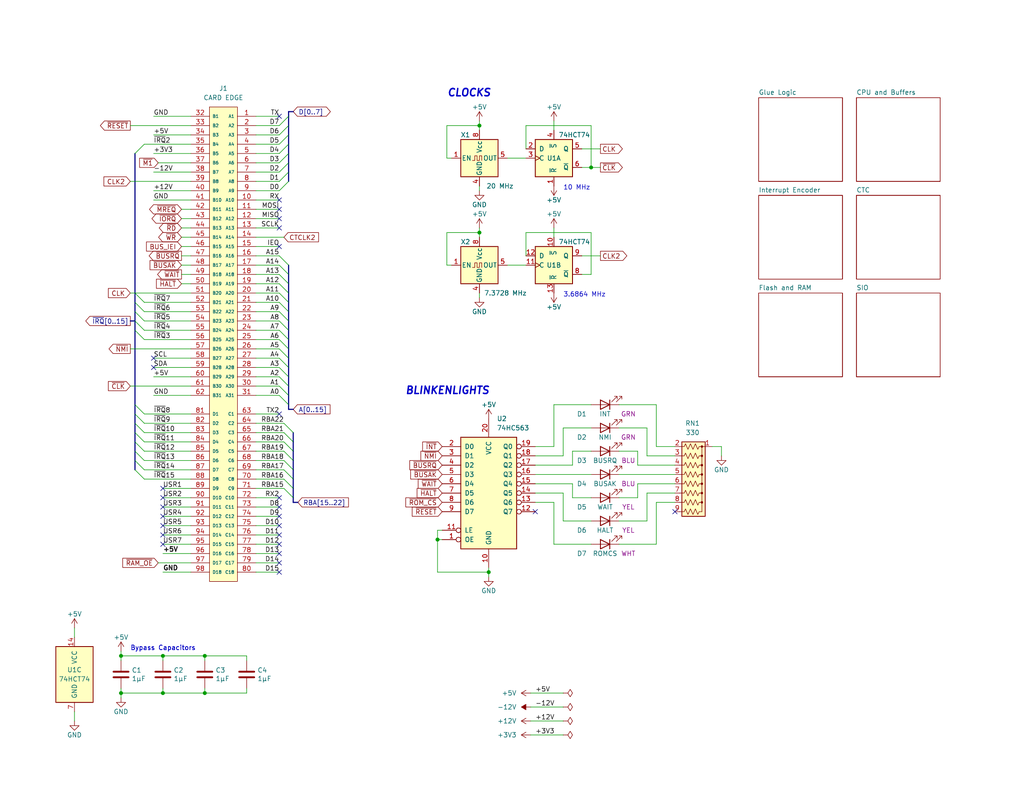
<source format=kicad_sch>
(kicad_sch (version 20230121) (generator eeschema)
  (paper "USLetter")
  (title_block (title "Core component card for ISA backplane") (date "2023-09-08") (rev "2.12") (company "Frédéric Segard") (comment 1 "@microhobbyist") (comment 4 "Thank you to John Winans for his inspiration, as well as Grant Searle and Sergey Kiselev"))
  (lib_symbols
    (symbol "+5V_1" (power) (pin_names (offset 0))
      (property "Value" "+5V_1" (at 0 3.556 0))
      (symbol "+5V_1_1_1"
        (pin power_in line (at 0 0 90) (length 0) hide (name "+5V") (number "1"))
      )
    )
    (symbol "0_Library:74HC563" (pin_names (offset 1.016))
      (property "Reference" "U" (at 1.27 19.05 0))
      (property "Value" "74HC563" (at 1.27 16.51 0))
      (symbol "74HC563_1_0"
        (pin input inverted (at -12.7 -12.7 0) (length 5.08) (name "OE") (number "1"))
        (pin power_in line (at 0 -20.32 90) (length 5.08) (name "GND") (number "10"))
        (pin input inverted (at -12.7 -10.16 0) (length 5.08) (name "LE") (number "11"))
        (pin tri_state inverted (at 12.7 -5.08 180) (length 5.08) (name "Q7") (number "12"))
        (pin tri_state inverted (at 12.7 -2.54 180) (length 5.08) (name "Q6") (number "13"))
        (pin tri_state inverted (at 12.7 0 180) (length 5.08) (name "Q5") (number "14"))
        (pin tri_state inverted (at 12.7 2.54 180) (length 5.08) (name "Q4") (number "15"))
        (pin tri_state inverted (at 12.7 5.08 180) (length 5.08) (name "Q3") (number "16"))
        (pin tri_state inverted (at 12.7 7.62 180) (length 5.08) (name "Q2") (number "17"))
        (pin tri_state inverted (at 12.7 10.16 180) (length 5.08) (name "Q1") (number "18"))
        (pin tri_state inverted (at 12.7 12.7 180) (length 5.08) (name "Q0") (number "19"))
        (pin input line (at -12.7 12.7 0) (length 5.08) (name "D0") (number "2"))
        (pin power_in line (at 0 20.32 270) (length 5.08) (name "VCC") (number "20"))
        (pin input line (at -12.7 10.16 0) (length 5.08) (name "D1") (number "3"))
        (pin input line (at -12.7 7.62 0) (length 5.08) (name "D2") (number "4"))
        (pin input line (at -12.7 5.08 0) (length 5.08) (name "D3") (number "5"))
        (pin input line (at -12.7 2.54 0) (length 5.08) (name "D4") (number "6"))
        (pin input line (at -12.7 0 0) (length 5.08) (name "D5") (number "7"))
        (pin input line (at -12.7 -2.54 0) (length 5.08) (name "D6") (number "8"))
        (pin input line (at -12.7 -5.08 0) (length 5.08) (name "D7") (number "9"))
      )
    )
    (symbol "0_Library:ISA_CARD_CONNECTOR_16BIT" (pin_names (offset 0.762))
      (property "Reference" "J" (at 0 5.08 0))
      (property "Value" "ISA_CARD_CONNECTOR_16BIT" (at 0 2.54 0))
      (symbol "ISA_CARD_CONNECTOR_16BIT_0_0"
        (pin passive line (at 8.89 -2.54 180) (length 5.08) (name "A1") (number "1"))
        (pin passive line (at 8.89 -25.4 180) (length 5.08) (name "A10") (number "10"))
        (pin passive line (at 8.89 -27.94 180) (length 5.08) (name "A11") (number "11"))
        (pin passive line (at 8.89 -30.48 180) (length 5.08) (name "A12") (number "12"))
        (pin passive line (at 8.89 -33.02 180) (length 5.08) (name "A13") (number "13"))
        (pin passive line (at 8.89 -35.56 180) (length 5.08) (name "A14") (number "14"))
        (pin passive line (at 8.89 -38.1 180) (length 5.08) (name "A15") (number "15"))
        (pin passive line (at 8.89 -40.64 180) (length 5.08) (name "A16") (number "16"))
        (pin passive line (at 8.89 -43.18 180) (length 5.08) (name "A17") (number "17"))
        (pin passive line (at 8.89 -45.72 180) (length 5.08) (name "A18") (number "18"))
        (pin passive line (at 8.89 -48.26 180) (length 5.08) (name "A19") (number "19"))
        (pin passive line (at 8.89 -5.08 180) (length 5.08) (name "A2") (number "2"))
        (pin passive line (at 8.89 -50.8 180) (length 5.08) (name "A20") (number "20"))
        (pin passive line (at 8.89 -53.34 180) (length 5.08) (name "A21") (number "21"))
        (pin passive line (at 8.89 -55.88 180) (length 5.08) (name "A22") (number "22"))
        (pin passive line (at 8.89 -58.42 180) (length 5.08) (name "A23") (number "23"))
        (pin passive line (at 8.89 -60.96 180) (length 5.08) (name "A24") (number "24"))
        (pin passive line (at 8.89 -63.5 180) (length 5.08) (name "A25") (number "25"))
        (pin passive line (at 8.89 -66.04 180) (length 5.08) (name "A26") (number "26"))
        (pin passive line (at 8.89 -68.58 180) (length 5.08) (name "A27") (number "27"))
        (pin passive line (at 8.89 -71.12 180) (length 5.08) (name "A28") (number "28"))
        (pin passive line (at 8.89 -73.66 180) (length 5.08) (name "A29") (number "29"))
        (pin passive line (at 8.89 -7.62 180) (length 5.08) (name "A3") (number "3"))
        (pin passive line (at 8.89 -76.2 180) (length 5.08) (name "A30") (number "30"))
        (pin passive line (at 8.89 -78.74 180) (length 5.08) (name "A31") (number "31"))
        (pin passive line (at -8.89 -2.54 0) (length 5.08) (name "B1") (number "32"))
        (pin passive line (at -8.89 -5.08 0) (length 5.08) (name "B2") (number "33"))
        (pin passive line (at -8.89 -7.62 0) (length 5.08) (name "B3") (number "34"))
        (pin passive line (at -8.89 -10.16 0) (length 5.08) (name "B4") (number "35"))
        (pin passive line (at -8.89 -12.7 0) (length 5.08) (name "B5") (number "36"))
        (pin passive line (at -8.89 -15.24 0) (length 5.08) (name "B6") (number "37"))
        (pin passive line (at -8.89 -17.78 0) (length 5.08) (name "B7") (number "38"))
        (pin passive line (at -8.89 -20.32 0) (length 5.08) (name "B8") (number "39"))
        (pin passive line (at 8.89 -10.16 180) (length 5.08) (name "A4") (number "4"))
        (pin passive line (at -8.89 -22.86 0) (length 5.08) (name "B9") (number "40"))
        (pin passive line (at -8.89 -25.4 0) (length 5.08) (name "B10") (number "41"))
        (pin passive line (at -8.89 -27.94 0) (length 5.08) (name "B11") (number "42"))
        (pin passive line (at -8.89 -30.48 0) (length 5.08) (name "B12") (number "43"))
        (pin passive line (at -8.89 -33.02 0) (length 5.08) (name "B13") (number "44"))
        (pin passive line (at -8.89 -35.56 0) (length 5.08) (name "B14") (number "45"))
        (pin passive line (at -8.89 -38.1 0) (length 5.08) (name "B15") (number "46"))
        (pin passive line (at -8.89 -40.64 0) (length 5.08) (name "B16") (number "47"))
        (pin passive line (at -8.89 -43.18 0) (length 5.08) (name "B17") (number "48"))
        (pin passive line (at -8.89 -45.72 0) (length 5.08) (name "B18") (number "49"))
        (pin passive line (at 8.89 -12.7 180) (length 5.08) (name "A5") (number "5"))
        (pin passive line (at -8.89 -48.26 0) (length 5.08) (name "B19") (number "50"))
        (pin passive line (at -8.89 -50.8 0) (length 5.08) (name "B20") (number "51"))
        (pin passive line (at -8.89 -53.34 0) (length 5.08) (name "B21") (number "52"))
        (pin passive line (at -8.89 -55.88 0) (length 5.08) (name "B22") (number "53"))
        (pin passive line (at -8.89 -58.42 0) (length 5.08) (name "B23") (number "54"))
        (pin passive line (at -8.89 -60.96 0) (length 5.08) (name "B24") (number "55"))
        (pin passive line (at -8.89 -63.5 0) (length 5.08) (name "B25") (number "56"))
        (pin passive line (at -8.89 -66.04 0) (length 5.08) (name "B26") (number "57"))
        (pin passive line (at -8.89 -68.58 0) (length 5.08) (name "B27") (number "58"))
        (pin passive line (at -8.89 -71.12 0) (length 5.08) (name "B28") (number "59"))
        (pin passive line (at 8.89 -15.24 180) (length 5.08) (name "A6") (number "6"))
        (pin passive line (at -8.89 -73.66 0) (length 5.08) (name "B29") (number "60"))
        (pin passive line (at -8.89 -76.2 0) (length 5.08) (name "B30") (number "61"))
        (pin passive line (at -8.89 -78.74 0) (length 5.08) (name "B31") (number "62"))
        (pin passive line (at 8.89 -17.78 180) (length 5.08) (name "A7") (number "7"))
        (pin passive line (at 8.89 -20.32 180) (length 5.08) (name "A8") (number "8"))
        (pin passive line (at 8.89 -22.86 180) (length 5.08) (name "A9") (number "9"))
      )
      (symbol "ISA_CARD_CONNECTOR_16BIT_1_1"
        (pin passive line (at 8.89 -83.82 180) (length 5.08) (name "C1") (number "63"))
        (pin passive line (at 8.89 -86.36 180) (length 5.08) (name "C2") (number "64"))
        (pin passive line (at 8.89 -88.9 180) (length 5.08) (name "C3") (number "65"))
        (pin passive line (at 8.89 -91.44 180) (length 5.08) (name "C4") (number "66"))
        (pin passive line (at 8.89 -93.98 180) (length 5.08) (name "C5") (number "67"))
        (pin passive line (at 8.89 -96.52 180) (length 5.08) (name "C6") (number "68"))
        (pin passive line (at 8.89 -99.06 180) (length 5.08) (name "C7") (number "69"))
        (pin passive line (at 8.89 -101.6 180) (length 5.08) (name "C8") (number "70"))
        (pin passive line (at 8.89 -104.14 180) (length 5.08) (name "C9") (number "71"))
        (pin passive line (at 8.89 -106.68 180) (length 5.08) (name "C10") (number "72"))
        (pin passive line (at 8.89 -109.22 180) (length 5.08) (name "C11") (number "73"))
        (pin passive line (at 8.89 -111.76 180) (length 5.08) (name "C12") (number "74"))
        (pin passive line (at 8.89 -114.3 180) (length 5.08) (name "C13") (number "75"))
        (pin passive line (at 8.89 -116.84 180) (length 5.08) (name "C14") (number "76"))
        (pin passive line (at 8.89 -119.38 180) (length 5.08) (name "C15") (number "77"))
        (pin passive line (at 8.89 -121.92 180) (length 5.08) (name "C16") (number "78"))
        (pin passive line (at 8.89 -124.46 180) (length 5.08) (name "C17") (number "79"))
        (pin passive line (at 8.89 -127 180) (length 5.08) (name "C18") (number "80"))
        (pin passive line (at -8.89 -83.82 0) (length 5.08) (name "D1") (number "81"))
        (pin passive line (at -8.89 -86.36 0) (length 5.08) (name "D2") (number "82"))
        (pin passive line (at -8.89 -88.9 0) (length 5.08) (name "D3") (number "83"))
        (pin passive line (at -8.89 -91.44 0) (length 5.08) (name "D4") (number "84"))
        (pin passive line (at -8.89 -93.98 0) (length 5.08) (name "D5") (number "85"))
        (pin passive line (at -8.89 -96.52 0) (length 5.08) (name "D6") (number "86"))
        (pin passive line (at -8.89 -99.06 0) (length 5.08) (name "D7") (number "87"))
        (pin passive line (at -8.89 -101.6 0) (length 5.08) (name "D8") (number "88"))
        (pin passive line (at -8.89 -104.14 0) (length 5.08) (name "D9") (number "89"))
        (pin passive line (at -8.89 -106.68 0) (length 5.08) (name "D10") (number "90"))
        (pin passive line (at -8.89 -109.22 0) (length 5.08) (name "D11") (number "91"))
        (pin passive line (at -8.89 -111.76 0) (length 5.08) (name "D12") (number "92"))
        (pin passive line (at -8.89 -114.3 0) (length 5.08) (name "D13") (number "93"))
        (pin passive line (at -8.89 -116.84 0) (length 5.08) (name "D14") (number "94"))
        (pin passive line (at -8.89 -119.38 0) (length 5.08) (name "D15") (number "95"))
        (pin passive line (at -8.89 -121.92 0) (length 5.08) (name "D16") (number "96"))
        (pin passive line (at -8.89 -124.46 0) (length 5.08) (name "D17") (number "97"))
        (pin passive line (at -8.89 -127 0) (length 5.08) (name "D18") (number "98"))
      )
    )
    (symbol "74xx:74HC74" (pin_names (offset 1.016))
      (property "Reference" "U" (at -7.62 8.89 0))
      (property "Value" "74HC74" (at -7.62 -8.89 0))
      (symbol "74HC74_1_0"
        (pin input line (at 0 -7.62 90) (length 2.54) (name "~{R}") (number "1"))
        (pin input line (at -7.62 2.54 0) (length 2.54) (name "D") (number "2"))
        (pin input clock (at -7.62 0 0) (length 2.54) (name "C") (number "3"))
        (pin input line (at 0 7.62 270) (length 2.54) (name "~{S}") (number "4"))
        (pin output line (at 7.62 2.54 180) (length 2.54) (name "Q") (number "5"))
        (pin output line (at 7.62 -2.54 180) (length 2.54) (name "~{Q}") (number "6"))
      )
      (symbol "74HC74_2_0"
        (pin input line (at 0 7.62 270) (length 2.54) (name "~{S}") (number "10"))
        (pin input clock (at -7.62 0 0) (length 2.54) (name "C") (number "11"))
        (pin input line (at -7.62 2.54 0) (length 2.54) (name "D") (number "12"))
        (pin input line (at 0 -7.62 90) (length 2.54) (name "~{R}") (number "13"))
        (pin output line (at 7.62 -2.54 180) (length 2.54) (name "~{Q}") (number "8"))
        (pin output line (at 7.62 2.54 180) (length 2.54) (name "Q") (number "9"))
      )
      (symbol "74HC74_3_0"
        (pin power_in line (at 0 10.16 270) (length 2.54) (name "VCC") (number "14"))
        (pin power_in line (at 0 -10.16 90) (length 2.54) (name "GND") (number "7"))
      )
    )
    (symbol "Device:C" (pin_numbers hide) (pin_names (offset 0.254))
      (property "Reference" "C" (at 0.635 2.54 0))
      (property "Value" "C" (at 0.635 -2.54 0))
      (symbol "C_1_1"
        (pin passive line (at 0 3.81 270) (length 2.794) (name "~") (number "1"))
        (pin passive line (at 0 -3.81 90) (length 2.794) (name "~") (number "2"))
      )
    )
    (symbol "Device:LED" (pin_numbers hide) (pin_names (offset 1.016) hide)
      (property "Reference" "D" (at 0 2.54 0))
      (property "Value" "LED" (at 0 -2.54 0))
      (symbol "LED_1_1"
        (pin passive line (at -3.81 0 0) (length 2.54) (name "K") (number "1"))
        (pin passive line (at 3.81 0 180) (length 2.54) (name "A") (number "2"))
      )
    )
    (symbol "Device:R_Network08_US" (pin_names (offset 0) hide)
      (property "Reference" "RN" (at -12.7 0 90))
      (property "Value" "R_Network08_US" (at 10.16 0 90))
      (symbol "R_Network08_US_1_1"
        (pin passive line (at -10.16 5.08 270) (length 2.54) (name "common") (number "1"))
        (pin passive line (at -10.16 -5.08 90) (length 1.27) (name "R1") (number "2"))
        (pin passive line (at -7.62 -5.08 90) (length 1.27) (name "R2") (number "3"))
        (pin passive line (at -5.08 -5.08 90) (length 1.27) (name "R3") (number "4"))
        (pin passive line (at -2.54 -5.08 90) (length 1.27) (name "R4") (number "5"))
        (pin passive line (at 0 -5.08 90) (length 1.27) (name "R5") (number "6"))
        (pin passive line (at 2.54 -5.08 90) (length 1.27) (name "R6") (number "7"))
        (pin passive line (at 5.08 -5.08 90) (length 1.27) (name "R7") (number "8"))
        (pin passive line (at 7.62 -5.08 90) (length 1.27) (name "R8") (number "9"))
      )
    )
    (symbol "GND_1" (power) (pin_names (offset 0))
      (property "Value" "GND_1" (at 0 -3.81 0))
      (symbol "GND_1_1_1"
        (pin power_in line (at 0 0 270) (length 0) hide (name "GND") (number "1"))
      )
    )
    (symbol "GND_2" (power) (pin_names (offset 0))
      (property "Value" "GND_2" (at 0 -3.81 0))
      (symbol "GND_2_1_1"
        (pin power_in line (at 0 0 270) (length 0) hide (name "GND") (number "1"))
      )
    )
    (symbol "Oscillator:CXO_DIP8" (pin_names (offset 0.254))
      (property "Reference" "X" (at -5.08 6.35 0))
      (property "Value" "CXO_DIP8" (at 1.27 -6.35 0))
      (symbol "CXO_DIP8_1_1"
        (pin input line (at -7.62 0 0) (length 2.54) (name "EN") (number "1"))
        (pin power_in line (at 0 -7.62 90) (length 2.54) (name "GND") (number "4"))
        (pin output line (at 7.62 0 180) (length 2.54) (name "OUT") (number "5"))
        (pin power_in line (at 0 7.62 270) (length 2.54) (name "Vcc") (number "8"))
      )
    )
    (symbol "power:+12V" (power) (pin_names (offset 0))
      (property "Value" "+12V" (at 0 3.556 0))
      (symbol "+12V_1_1"
        (pin power_in line (at 0 0 90) (length 0) hide (name "+12V") (number "1"))
      )
    )
    (symbol "power:+3V3" (power) (pin_names (offset 0))
      (property "Value" "+3V3" (at 0 3.556 0))
      (symbol "+3V3_1_1"
        (pin power_in line (at 0 0 90) (length 0) hide (name "+3V3") (number "1"))
      )
    )
    (symbol "power:+5V" (power) (pin_names (offset 0))
      (property "Value" "+5V" (at 0 3.556 0))
      (symbol "+5V_1_1"
        (pin power_in line (at 0 0 90) (length 0) hide (name "+5V") (number "1"))
      )
    )
    (symbol "power:-12V" (power) (pin_names (offset 0))
      (property "Value" "-12V" (at 0 3.81 0))
      (symbol "-12V_0_0"
        (pin power_in line (at 0 0 90) (length 0) hide (name "-12V") (number "1"))
      )
    )
    (symbol "power:PWR_FLAG" (power) (pin_numbers hide) (pin_names (offset 0) hide)
      (property "Value" "PWR_FLAG" (at 0 3.81 0))
      (symbol "PWR_FLAG_0_0"
        (pin power_out line (at 0 0 90) (length 0) (name "pwr") (number "1"))
      )
    )
  )
  (junction (at 161.29 45.72))
  (junction (at 33.02 189.23))
  (junction (at 130.81 63.5))
  (junction (at 44.45 189.23))
  (junction (at 55.88 179.07))
  (junction (at 44.45 179.07))
  (junction (at 130.81 34.29))
  (junction (at 55.88 189.23))
  (junction (at 133.35 156.21))
  (junction (at 33.02 179.07))
  (junction (at 119.38 147.32))
  (no_connect (at 76.2 140.97))
  (no_connect (at 184.15 139.7))
  (no_connect (at 44.45 133.35))
  (no_connect (at 76.2 62.23))
  (no_connect (at 76.2 138.43))
  (no_connect (at 44.45 135.89))
  (no_connect (at 76.2 148.59))
  (no_connect (at 76.2 143.51))
  (no_connect (at 76.2 31.75))
  (no_connect (at 76.2 113.03))
  (no_connect (at 76.2 135.89))
  (no_connect (at 44.45 148.59))
  (no_connect (at 44.45 140.97))
  (no_connect (at 76.2 146.05))
  (no_connect (at 76.2 57.15))
  (no_connect (at 76.2 151.13))
  (no_connect (at 76.2 156.21))
  (no_connect (at 41.91 97.79))
  (no_connect (at 41.91 100.33))
  (no_connect (at 76.2 153.67))
  (no_connect (at 44.45 143.51))
  (no_connect (at 76.2 67.31))
  (no_connect (at 44.45 138.43))
  (no_connect (at 76.2 54.61))
  (no_connect (at 146.05 139.7))
  (no_connect (at 76.2 59.69))
  (no_connect (at 44.45 146.05))
  (bus_entry (at 77.47 133.35) (size 2.54 2.54))
  (bus_entry (at 76.2 95.25) (size 2.54 2.54))
  (bus_entry (at 39.37 82.55) (size -2.54 -2.54))
  (bus_entry (at 39.37 90.17) (size -2.54 -2.54))
  (bus_entry (at 77.47 128.27) (size 2.54 2.54))
  (bus_entry (at 36.83 128.27) (size 2.54 2.54))
  (bus_entry (at 39.37 85.09) (size -2.54 -2.54))
  (bus_entry (at 76.2 46.99) (size 2.54 -2.54))
  (bus_entry (at 36.83 125.73) (size 2.54 2.54))
  (bus_entry (at 76.2 41.91) (size 2.54 -2.54))
  (bus_entry (at 76.2 105.41) (size 2.54 2.54))
  (bus_entry (at 76.2 72.39) (size 2.54 2.54))
  (bus_entry (at 76.2 92.71) (size 2.54 2.54))
  (bus_entry (at 76.2 36.83) (size 2.54 -2.54))
  (bus_entry (at 36.83 123.19) (size 2.54 2.54))
  (bus_entry (at 39.37 87.63) (size -2.54 -2.54))
  (bus_entry (at 76.2 52.07) (size 2.54 -2.54))
  (bus_entry (at 76.2 49.53) (size 2.54 -2.54))
  (bus_entry (at 76.2 87.63) (size 2.54 2.54))
  (bus_entry (at 76.2 107.95) (size 2.54 2.54))
  (bus_entry (at 36.83 118.11) (size 2.54 2.54))
  (bus_entry (at 77.47 115.57) (size 2.54 2.54))
  (bus_entry (at 76.2 97.79) (size 2.54 2.54))
  (bus_entry (at 76.2 85.09) (size 2.54 2.54))
  (bus_entry (at 76.2 82.55) (size 2.54 2.54))
  (bus_entry (at 76.2 80.01) (size 2.54 2.54))
  (bus_entry (at 36.83 41.91) (size 2.54 -2.54))
  (bus_entry (at 77.47 123.19) (size 2.54 2.54))
  (bus_entry (at 36.83 115.57) (size 2.54 2.54))
  (bus_entry (at 76.2 90.17) (size 2.54 2.54))
  (bus_entry (at 76.2 44.45) (size 2.54 -2.54))
  (bus_entry (at 76.2 102.87) (size 2.54 2.54))
  (bus_entry (at 77.47 125.73) (size 2.54 2.54))
  (bus_entry (at 77.47 130.81) (size 2.54 2.54))
  (bus_entry (at 36.83 113.03) (size 2.54 2.54))
  (bus_entry (at 36.83 120.65) (size 2.54 2.54))
  (bus_entry (at 76.2 100.33) (size 2.54 2.54))
  (bus_entry (at 39.37 92.71) (size -2.54 -2.54))
  (bus_entry (at 76.2 77.47) (size 2.54 2.54))
  (bus_entry (at 76.2 39.37) (size 2.54 -2.54))
  (bus_entry (at 36.83 110.49) (size 2.54 2.54))
  (bus_entry (at 76.2 34.29) (size 2.54 -2.54))
  (bus_entry (at 77.47 120.65) (size 2.54 2.54))
  (bus_entry (at 77.47 118.11) (size 2.54 2.54))
  (bus_entry (at 76.2 69.85) (size 2.54 2.54))
  (bus_entry (at 76.2 74.93) (size 2.54 2.54))
  (bus (pts (xy 36.83 118.11) (xy 36.83 120.65)))
  (bus (pts (xy 80.01 135.89) (xy 80.01 137.16)))
  (wire (pts (xy 161.29 116.84) (xy 153.67 116.84)))
  (bus (pts (xy 78.74 95.25) (xy 78.74 97.79)))
  (wire (pts (xy 39.37 118.11) (xy 52.07 118.11)))
  (wire (pts (xy 161.29 123.19) (xy 156.21 123.19)))
  (wire (pts (xy 156.21 127) (xy 146.05 127)))
  (wire (pts (xy 119.38 147.32) (xy 120.65 147.32)))
  (wire (pts (xy 39.37 130.81) (xy 52.07 130.81)))
  (wire (pts (xy 39.37 92.71) (xy 52.07 92.71)))
  (wire (pts (xy 69.85 135.89) (xy 76.2 135.89)))
  (wire (pts (xy 43.18 44.45) (xy 52.07 44.45)))
  (wire (pts (xy 41.91 31.75) (xy 52.07 31.75)))
  (wire (pts (xy 138.43 72.39) (xy 143.51 72.39)))
  (wire (pts (xy 144.78 193.04) (xy 153.67 193.04)))
  (wire (pts (xy 69.85 130.81) (xy 77.47 130.81)))
  (wire (pts (xy 119.38 144.78) (xy 119.38 147.32)))
  (wire (pts (xy 130.81 33.02) (xy 130.81 34.29)))
  (wire (pts (xy 35.56 95.25) (xy 52.07 95.25)))
  (wire (pts (xy 41.91 97.79) (xy 52.07 97.79)))
  (bus (pts (xy 80.01 123.19) (xy 80.01 125.73)))
  (wire (pts (xy 49.53 72.39) (xy 52.07 72.39)))
  (wire (pts (xy 41.91 107.95) (xy 52.07 107.95)))
  (wire (pts (xy 43.18 153.67) (xy 52.07 153.67)))
  (wire (pts (xy 176.53 134.62) (xy 184.15 134.62)))
  (wire (pts (xy 20.32 171.45) (xy 20.32 173.99)))
  (wire (pts (xy 144.78 200.66) (xy 153.67 200.66)))
  (wire (pts (xy 69.85 115.57) (xy 77.47 115.57)))
  (wire (pts (xy 41.91 52.07) (xy 52.07 52.07)))
  (bus (pts (xy 78.74 39.37) (xy 78.74 36.83)))
  (wire (pts (xy 156.21 123.19) (xy 156.21 127)))
  (wire (pts (xy 44.45 146.05) (xy 52.07 146.05)))
  (wire (pts (xy 39.37 128.27) (xy 52.07 128.27)))
  (wire (pts (xy 121.92 43.18) (xy 123.19 43.18)))
  (wire (pts (xy 39.37 120.65) (xy 52.07 120.65)))
  (wire (pts (xy 168.91 135.89) (xy 173.99 135.89)))
  (wire (pts (xy 67.31 179.07) (xy 55.88 179.07)))
  (wire (pts (xy 130.81 81.28) (xy 130.81 80.01)))
  (wire (pts (xy 41.91 102.87) (xy 52.07 102.87)))
  (wire (pts (xy 153.67 124.46) (xy 146.05 124.46)))
  (wire (pts (xy 69.85 92.71) (xy 76.2 92.71)))
  (wire (pts (xy 44.45 148.59) (xy 52.07 148.59)))
  (wire (pts (xy 161.29 74.93) (xy 161.29 63.5)))
  (wire (pts (xy 69.85 128.27) (xy 77.47 128.27)))
  (wire (pts (xy 69.85 69.85) (xy 76.2 69.85)))
  (wire (pts (xy 39.37 123.19) (xy 52.07 123.19)))
  (wire (pts (xy 158.75 74.93) (xy 161.29 74.93)))
  (wire (pts (xy 69.85 148.59) (xy 76.2 148.59)))
  (wire (pts (xy 69.85 54.61) (xy 76.2 54.61)))
  (wire (pts (xy 119.38 156.21) (xy 133.35 156.21)))
  (bus (pts (xy 78.74 107.95) (xy 78.74 110.49)))
  (wire (pts (xy 146.05 129.54) (xy 161.29 129.54)))
  (wire (pts (xy 156.21 135.89) (xy 156.21 132.08)))
  (wire (pts (xy 158.75 69.85) (xy 163.83 69.85)))
  (wire (pts (xy 41.91 54.61) (xy 52.07 54.61)))
  (wire (pts (xy 69.85 153.67) (xy 76.2 153.67)))
  (bus (pts (xy 78.74 100.33) (xy 78.74 102.87)))
  (bus (pts (xy 36.83 123.19) (xy 36.83 125.73)))
  (bus (pts (xy 80.01 137.16) (xy 81.28 137.16)))
  (wire (pts (xy 69.85 59.69) (xy 76.2 59.69)))
  (wire (pts (xy 179.07 137.16) (xy 184.15 137.16)))
  (bus (pts (xy 36.83 113.03) (xy 36.83 115.57)))
  (wire (pts (xy 158.75 45.72) (xy 161.29 45.72)))
  (wire (pts (xy 161.29 45.72) (xy 161.29 34.29)))
  (wire (pts (xy 69.85 97.79) (xy 76.2 97.79)))
  (wire (pts (xy 151.13 62.23) (xy 151.13 64.77)))
  (wire (pts (xy 76.2 80.01) (xy 69.85 80.01)))
  (wire (pts (xy 44.45 156.21) (xy 52.07 156.21)))
  (wire (pts (xy 44.45 189.23) (xy 55.88 189.23)))
  (wire (pts (xy 69.85 36.83) (xy 76.2 36.83)))
  (wire (pts (xy 33.02 177.8) (xy 33.02 179.07)))
  (wire (pts (xy 138.43 43.18) (xy 143.51 43.18)))
  (wire (pts (xy 39.37 125.73) (xy 52.07 125.73)))
  (wire (pts (xy 67.31 180.34) (xy 67.31 179.07)))
  (wire (pts (xy 69.85 125.73) (xy 77.47 125.73)))
  (wire (pts (xy 35.56 105.41) (xy 52.07 105.41)))
  (wire (pts (xy 39.37 85.09) (xy 52.07 85.09)))
  (bus (pts (xy 36.83 90.17) (xy 36.83 110.49)))
  (wire (pts (xy 130.81 34.29) (xy 121.92 34.29)))
  (wire (pts (xy 39.37 82.55) (xy 52.07 82.55)))
  (wire (pts (xy 41.91 41.91) (xy 52.07 41.91)))
  (bus (pts (xy 78.74 49.53) (xy 78.74 46.99)))
  (wire (pts (xy 49.53 59.69) (xy 52.07 59.69)))
  (bus (pts (xy 36.83 125.73) (xy 36.83 128.27)))
  (bus (pts (xy 80.01 128.27) (xy 80.01 130.81)))
  (wire (pts (xy 173.99 135.89) (xy 173.99 132.08)))
  (wire (pts (xy 69.85 34.29) (xy 76.2 34.29)))
  (wire (pts (xy 119.38 147.32) (xy 119.38 156.21)))
  (wire (pts (xy 69.85 151.13) (xy 76.2 151.13)))
  (wire (pts (xy 69.85 72.39) (xy 76.2 72.39)))
  (wire (pts (xy 176.53 116.84) (xy 176.53 124.46)))
  (wire (pts (xy 69.85 46.99) (xy 76.2 46.99)))
  (wire (pts (xy 20.32 194.31) (xy 20.32 196.85)))
  (wire (pts (xy 69.85 143.51) (xy 76.2 143.51)))
  (wire (pts (xy 69.85 85.09) (xy 76.2 85.09)))
  (wire (pts (xy 49.53 69.85) (xy 52.07 69.85)))
  (wire (pts (xy 130.81 52.07) (xy 130.81 50.8)))
  (wire (pts (xy 39.37 87.63) (xy 52.07 87.63)))
  (bus (pts (xy 78.74 77.47) (xy 78.74 80.01)))
  (bus (pts (xy 80.01 120.65) (xy 80.01 123.19)))
  (wire (pts (xy 161.29 148.59) (xy 151.13 148.59)))
  (wire (pts (xy 69.85 146.05) (xy 76.2 146.05)))
  (wire (pts (xy 69.85 120.65) (xy 77.47 120.65)))
  (wire (pts (xy 55.88 189.23) (xy 67.31 189.23)))
  (wire (pts (xy 151.13 137.16) (xy 146.05 137.16)))
  (wire (pts (xy 44.45 179.07) (xy 33.02 179.07)))
  (wire (pts (xy 153.67 134.62) (xy 146.05 134.62)))
  (wire (pts (xy 194.31 121.92) (xy 196.85 121.92)))
  (wire (pts (xy 76.2 77.47) (xy 69.85 77.47)))
  (wire (pts (xy 130.81 34.29) (xy 130.81 35.56)))
  (wire (pts (xy 161.29 34.29) (xy 143.51 34.29)))
  (wire (pts (xy 173.99 132.08) (xy 184.15 132.08)))
  (wire (pts (xy 55.88 179.07) (xy 44.45 179.07)))
  (bus (pts (xy 78.74 110.49) (xy 78.74 111.76)))
  (wire (pts (xy 156.21 132.08) (xy 146.05 132.08)))
  (wire (pts (xy 161.29 135.89) (xy 156.21 135.89)))
  (bus (pts (xy 78.74 31.75) (xy 78.74 30.48)))
  (bus (pts (xy 36.83 115.57) (xy 36.83 118.11)))
  (wire (pts (xy 168.91 142.24) (xy 176.53 142.24)))
  (bus (pts (xy 36.83 120.65) (xy 36.83 123.19)))
  (bus (pts (xy 36.83 41.91) (xy 36.83 80.01)))
  (wire (pts (xy 69.85 39.37) (xy 76.2 39.37)))
  (wire (pts (xy 69.85 82.55) (xy 76.2 82.55)))
  (bus (pts (xy 78.74 46.99) (xy 78.74 44.45)))
  (wire (pts (xy 41.91 36.83) (xy 52.07 36.83)))
  (wire (pts (xy 69.85 90.17) (xy 76.2 90.17)))
  (wire (pts (xy 69.85 118.11) (xy 77.47 118.11)))
  (bus (pts (xy 78.74 105.41) (xy 78.74 107.95)))
  (wire (pts (xy 33.02 187.96) (xy 33.02 189.23)))
  (wire (pts (xy 69.85 100.33) (xy 76.2 100.33)))
  (bus (pts (xy 78.74 74.93) (xy 78.74 77.47)))
  (wire (pts (xy 144.78 196.85) (xy 153.67 196.85)))
  (wire (pts (xy 55.88 187.96) (xy 55.88 189.23)))
  (wire (pts (xy 153.67 116.84) (xy 153.67 124.46)))
  (wire (pts (xy 39.37 90.17) (xy 52.07 90.17)))
  (wire (pts (xy 49.53 64.77) (xy 52.07 64.77)))
  (wire (pts (xy 151.13 33.02) (xy 151.13 35.56)))
  (wire (pts (xy 153.67 142.24) (xy 153.67 134.62)))
  (wire (pts (xy 69.85 123.19) (xy 77.47 123.19)))
  (wire (pts (xy 69.85 87.63) (xy 76.2 87.63)))
  (wire (pts (xy 173.99 123.19) (xy 173.99 127)))
  (wire (pts (xy 69.85 41.91) (xy 76.2 41.91)))
  (wire (pts (xy 161.29 63.5) (xy 143.51 63.5)))
  (wire (pts (xy 67.31 187.96) (xy 67.31 189.23)))
  (wire (pts (xy 76.2 74.93) (xy 69.85 74.93)))
  (wire (pts (xy 151.13 148.59) (xy 151.13 137.16)))
  (wire (pts (xy 161.29 45.72) (xy 163.83 45.72)))
  (wire (pts (xy 77.47 64.77) (xy 69.85 64.77)))
  (wire (pts (xy 49.53 67.31) (xy 52.07 67.31)))
  (wire (pts (xy 41.91 100.33) (xy 52.07 100.33)))
  (wire (pts (xy 168.91 123.19) (xy 173.99 123.19)))
  (bus (pts (xy 36.83 80.01) (xy 36.83 82.55)))
  (wire (pts (xy 168.91 148.59) (xy 179.07 148.59)))
  (wire (pts (xy 69.85 102.87) (xy 76.2 102.87)))
  (wire (pts (xy 121.92 72.39) (xy 123.19 72.39)))
  (wire (pts (xy 35.56 34.29) (xy 52.07 34.29)))
  (bus (pts (xy 80.01 130.81) (xy 80.01 133.35)))
  (wire (pts (xy 36.83 80.01) (xy 52.07 80.01)))
  (bus (pts (xy 78.74 72.39) (xy 78.74 74.93)))
  (wire (pts (xy 69.85 156.21) (xy 76.2 156.21)))
  (wire (pts (xy 158.75 40.64) (xy 163.83 40.64)))
  (wire (pts (xy 151.13 110.49) (xy 151.13 121.92)))
  (bus (pts (xy 78.74 44.45) (xy 78.74 41.91)))
  (bus (pts (xy 78.74 41.91) (xy 78.74 39.37)))
  (bus (pts (xy 78.74 85.09) (xy 78.74 87.63)))
  (wire (pts (xy 55.88 180.34) (xy 55.88 179.07)))
  (wire (pts (xy 168.91 116.84) (xy 176.53 116.84)))
  (wire (pts (xy 33.02 179.07) (xy 33.02 180.34)))
  (wire (pts (xy 130.81 63.5) (xy 130.81 64.77)))
  (wire (pts (xy 151.13 121.92) (xy 146.05 121.92)))
  (wire (pts (xy 69.85 31.75) (xy 76.2 31.75)))
  (wire (pts (xy 69.85 133.35) (xy 77.47 133.35)))
  (wire (pts (xy 69.85 44.45) (xy 76.2 44.45)))
  (bus (pts (xy 78.74 80.01) (xy 78.74 82.55)))
  (wire (pts (xy 196.85 121.92) (xy 196.85 124.46)))
  (wire (pts (xy 39.37 115.57) (xy 52.07 115.57)))
  (bus (pts (xy 36.83 110.49) (xy 36.83 113.03)))
  (wire (pts (xy 33.02 189.23) (xy 33.02 190.5)))
  (wire (pts (xy 168.91 110.49) (xy 179.07 110.49)))
  (wire (pts (xy 69.85 95.25) (xy 76.2 95.25)))
  (bus (pts (xy 80.01 118.11) (xy 80.01 120.65)))
  (bus (pts (xy 80.01 125.73) (xy 80.01 128.27)))
  (wire (pts (xy 44.45 143.51) (xy 52.07 143.51)))
  (wire (pts (xy 179.07 121.92) (xy 184.15 121.92)))
  (wire (pts (xy 143.51 34.29) (xy 143.51 40.64)))
  (wire (pts (xy 39.37 39.37) (xy 52.07 39.37)))
  (bus (pts (xy 78.74 82.55) (xy 78.74 85.09)))
  (wire (pts (xy 179.07 110.49) (xy 179.07 121.92)))
  (wire (pts (xy 179.07 148.59) (xy 179.07 137.16)))
  (bus (pts (xy 78.74 87.63) (xy 78.74 90.17)))
  (bus (pts (xy 78.74 92.71) (xy 78.74 95.25)))
  (wire (pts (xy 69.85 67.31) (xy 76.2 67.31)))
  (wire (pts (xy 69.85 107.95) (xy 76.2 107.95)))
  (wire (pts (xy 144.78 189.23) (xy 153.67 189.23)))
  (wire (pts (xy 49.53 77.47) (xy 52.07 77.47)))
  (wire (pts (xy 133.35 154.94) (xy 133.35 156.21)))
  (wire (pts (xy 44.45 133.35) (xy 52.07 133.35)))
  (bus (pts (xy 80.01 133.35) (xy 80.01 135.89)))
  (wire (pts (xy 49.53 74.93) (xy 52.07 74.93)))
  (wire (pts (xy 33.02 189.23) (xy 44.45 189.23)))
  (wire (pts (xy 41.91 46.99) (xy 52.07 46.99)))
  (wire (pts (xy 168.91 129.54) (xy 184.15 129.54)))
  (wire (pts (xy 120.65 144.78) (xy 119.38 144.78)))
  (wire (pts (xy 44.45 138.43) (xy 52.07 138.43)))
  (wire (pts (xy 121.92 63.5) (xy 121.92 72.39)))
  (wire (pts (xy 44.45 135.89) (xy 52.07 135.89)))
  (wire (pts (xy 35.56 80.01) (xy 36.83 80.01)))
  (bus (pts (xy 78.74 30.48) (xy 80.01 30.48)))
  (wire (pts (xy 176.53 142.24) (xy 176.53 134.62)))
  (wire (pts (xy 69.85 138.43) (xy 76.2 138.43)))
  (wire (pts (xy 133.35 156.21) (xy 133.35 157.48)))
  (wire (pts (xy 44.45 187.96) (xy 44.45 189.23)))
  (bus (pts (xy 35.56 87.63) (xy 36.83 87.63)))
  (wire (pts (xy 35.56 49.53) (xy 52.07 49.53)))
  (wire (pts (xy 173.99 127) (xy 184.15 127)))
  (bus (pts (xy 78.74 34.29) (xy 78.74 31.75)))
  (wire (pts (xy 49.53 57.15) (xy 52.07 57.15)))
  (wire (pts (xy 69.85 57.15) (xy 76.2 57.15)))
  (wire (pts (xy 44.45 151.13) (xy 52.07 151.13)))
  (wire (pts (xy 69.85 113.03) (xy 76.2 113.03)))
  (bus (pts (xy 78.74 102.87) (xy 78.74 105.41)))
  (bus (pts (xy 78.74 90.17) (xy 78.74 92.71)))
  (wire (pts (xy 69.85 62.23) (xy 76.2 62.23)))
  (wire (pts (xy 69.85 105.41) (xy 76.2 105.41)))
  (bus (pts (xy 78.74 97.79) (xy 78.74 100.33)))
  (wire (pts (xy 176.53 124.46) (xy 184.15 124.46)))
  (wire (pts (xy 161.29 110.49) (xy 151.13 110.49)))
  (bus (pts (xy 36.83 85.09) (xy 36.83 87.63)))
  (wire (pts (xy 69.85 49.53) (xy 76.2 49.53)))
  (wire (pts (xy 44.45 140.97) (xy 52.07 140.97)))
  (bus (pts (xy 78.74 36.83) (xy 78.74 34.29)))
  (bus (pts (xy 36.83 87.63) (xy 36.83 90.17)))
  (wire (pts (xy 121.92 34.29) (xy 121.92 43.18)))
  (wire (pts (xy 69.85 140.97) (xy 76.2 140.97)))
  (bus (pts (xy 78.74 111.76) (xy 80.01 111.76)))
  (bus (pts (xy 36.83 82.55) (xy 36.83 85.09)))
  (wire (pts (xy 130.81 63.5) (xy 121.92 63.5)))
  (wire (pts (xy 143.51 63.5) (xy 143.51 69.85)))
  (wire (pts (xy 69.85 52.07) (xy 76.2 52.07)))
  (wire (pts (xy 44.45 180.34) (xy 44.45 179.07)))
  (wire (pts (xy 49.53 62.23) (xy 52.07 62.23)))
  (wire (pts (xy 130.81 62.23) (xy 130.81 63.5)))
  (wire (pts (xy 39.37 113.03) (xy 52.07 113.03)))
  (wire (pts (xy 161.29 142.24) (xy 153.67 142.24)))
  (text "10 MHz" (at 153.67 52.07 0) (effects (font (size 1.27 1.27)) (justify left bottom)))
  (text "Bypass Capacitors" (at 35.56 177.8 0) (effects (font (size 1.27 1.27)) (justify left bottom)))
  (text "Bypass Capacitors" (at 35.56 177.8 0) (effects (font (size 1.27 1.27)) (justify left bottom)))
  (text "BLINKENLIGHTS" (at 110.49 107.95 0) (effects (font (size 2 2) (thickness 0.4) bold italic) (justify left bottom)))
  (text "CLOCKS" (at 121.92 26.67 0) (effects (font (size 2 2) (thickness 0.4) bold italic) (justify left bottom)))
  (text "3.6864 MHz" (at 153.67 81.28 0) (effects (font (size 1.27 1.27)) (justify left bottom)))
  (label "RBA21" (at 77.47 118.11 180))
  (label "D11" (at 76.2 146.05 180))
  (label "MOSI" (at 76.2 57.15 180))
  (label "USR4" (at 44.45 140.97 0))
  (label "GND" (at 41.91 107.95 0))
  (label "-12V" (at 41.91 46.99 0))
  (label "~{IRQ}9" (at 41.91 115.57 0))
  (label "~{IRQ}14" (at 41.91 128.27 0))
  (label "RX" (at 76.2 54.61 180))
  (label "A7" (at 76.2 90.17 180))
  (label "IEO" (at 76.2 67.31 180))
  (label "GND" (at 41.91 54.61 0))
  (label "RBA18" (at 77.47 125.73 180))
  (label "D7" (at 76.2 34.29 180))
  (label "~{IRQ}15" (at 41.91 130.81 0))
  (label "MISO" (at 76.2 59.69 180))
  (label "D8" (at 76.2 138.43 180))
  (label "GND" (at 41.91 31.75 0))
  (label "D1" (at 76.2 49.53 180))
  (label "+5V" (at 44.45 151.13 0) (effects (font (thickness 0.254) bold)))
  (label "~{IRQ}5" (at 41.91 87.63 0))
  (label "D6" (at 76.2 36.83 180))
  (label "A4" (at 76.2 97.79 180))
  (label "A10" (at 76.2 82.55 180))
  (label "RBA22" (at 77.47 115.57 180))
  (label "USR3" (at 44.45 138.43 0))
  (label "~{IRQ}3" (at 41.91 92.71 0))
  (label "USR5" (at 44.45 143.51 0))
  (label "A11" (at 76.2 80.01 180))
  (label "~{IRQ}2" (at 41.91 39.37 0))
  (label "TX" (at 76.2 31.75 180))
  (label "~{IRQ}6" (at 41.91 85.09 0))
  (label "D9" (at 76.2 140.97 180))
  (label "GND" (at 44.45 156.21 0) (effects (font (thickness 0.254) bold)))
  (label "USR2" (at 44.45 135.89 0))
  (label "USR6" (at 44.45 146.05 0))
  (label "RX2" (at 76.2 135.89 180))
  (label "RBA16" (at 77.47 130.81 180))
  (label "SCL" (at 41.91 97.79 0))
  (label "SDA" (at 41.91 100.33 0))
  (label "D4" (at 76.2 41.91 180))
  (label "+3V3" (at 41.91 41.91 0))
  (label "A1" (at 76.2 105.41 180))
  (label "RBA20" (at 77.47 120.65 180))
  (label "+5V" (at 41.91 36.83 0))
  (label "A15" (at 76.2 69.85 180))
  (label "A9" (at 76.2 85.09 180))
  (label "~{IRQ}10" (at 41.91 118.11 0))
  (label "+3V3" (at 146.05 200.66 0))
  (label "D2" (at 76.2 46.99 180))
  (label "A0" (at 76.2 107.95 180))
  (label "A12" (at 76.2 77.47 180))
  (label "~{IRQ}8" (at 41.91 113.03 0))
  (label "SCLK" (at 76.2 62.23 180))
  (label "A5" (at 76.2 95.25 180))
  (label "D14" (at 76.2 153.67 180))
  (label "~{IRQ}13" (at 41.91 125.73 0))
  (label "-12V" (at 146.05 193.04 0))
  (label "USR7" (at 44.45 148.59 0))
  (label "+12V" (at 146.05 196.85 0))
  (label "+5V" (at 41.91 102.87 0))
  (label "A3" (at 76.2 100.33 180))
  (label "D3" (at 76.2 44.45 180))
  (label "A8" (at 76.2 87.63 180))
  (label "D10" (at 76.2 143.51 180))
  (label "RBA17" (at 77.47 128.27 180))
  (label "TX2" (at 76.2 113.03 180))
  (label "+5V" (at 146.05 189.23 0))
  (label "A14" (at 76.2 72.39 180))
  (label "A6" (at 76.2 92.71 180))
  (label "~{IRQ}12" (at 41.91 123.19 0))
  (label "D15" (at 76.2 156.21 180))
  (label "+12V" (at 41.91 52.07 0))
  (label "D13" (at 76.2 151.13 180))
  (label "A2" (at 76.2 102.87 180))
  (label "D0" (at 76.2 52.07 180))
  (label "RBA15" (at 77.47 133.35 180))
  (label "A13" (at 76.2 74.93 180))
  (label "RBA19" (at 77.47 123.19 180))
  (label "D5" (at 76.2 39.37 180))
  (label "~{IRQ}7" (at 41.91 82.55 0))
  (label "USR1" (at 44.45 133.35 0))
  (label "D12" (at 76.2 148.59 180))
  (label "~{IRQ}4" (at 41.91 90.17 0))
  (label "~{IRQ}11" (at 41.91 120.65 0))
  (global_label "~{RAM_OE}" (shape input) (at 43.18 153.67 180) (property "Intersheetrefs" "${INTERSHEET_REFS}" (effects hide)))
  (global_label "~{IRQ}[0..15]" (shape output) (at 35.56 87.63 180) (property "Intersheetrefs" "${INTERSHEET_REFS}" (effects hide)))
  (global_label "CLK" (shape input) (at 35.56 80.01 180) (property "Intersheetrefs" "${INTERSHEET_REFS}" (effects hide)))
  (global_label "CLK2" (shape input) (at 35.56 49.53 180) (property "Intersheetrefs" "${INTERSHEET_REFS}" (effects hide)))
  (global_label "~{M1}" (shape input) (at 43.18 44.45 180) (property "Intersheetrefs" "${INTERSHEET_REFS}" (effects hide)))
  (global_label "A[0..15]" (shape input) (at 80.01 111.76 0) (property "Intersheetrefs" "${INTERSHEET_REFS}" (effects hide)))
  (global_label "~{BUSAK}" (shape input) (at 120.65 129.54 180) (property "Intersheetrefs" "${INTERSHEET_REFS}" (effects hide)))
  (global_label "BUS_IEI" (shape input) (at 49.53 67.31 180) (property "Intersheetrefs" "${INTERSHEET_REFS}" (effects hide)))
  (global_label "RBA[15..22]" (shape input) (at 81.28 137.16 0) (property "Intersheetrefs" "${INTERSHEET_REFS}" (effects hide)))
  (global_label "~{WAIT}" (shape output) (at 49.53 74.93 180) (property "Intersheetrefs" "${INTERSHEET_REFS}" (effects hide)))
  (global_label "~{ROM_CS}" (shape input) (at 120.65 137.16 180) (property "Intersheetrefs" "${INTERSHEET_REFS}" (effects hide)))
  (global_label "~{RESET}" (shape input) (at 120.65 139.7 180) (property "Intersheetrefs" "${INTERSHEET_REFS}" (effects hide)))
  (global_label "~{INT}" (shape input) (at 120.65 121.92 180) (property "Intersheetrefs" "${INTERSHEET_REFS}" (effects hide)))
  (global_label "CLK" (shape output) (at 163.83 40.64 0) (property "Intersheetrefs" "${INTERSHEET_REFS}" (effects hide)))
  (global_label "~{HALT}" (shape input) (at 49.53 77.47 180) (property "Intersheetrefs" "${INTERSHEET_REFS}" (effects hide)))
  (global_label "~{RD}" (shape tri_state) (at 49.53 62.23 180) (property "Intersheetrefs" "${INTERSHEET_REFS}" (effects hide)))
  (global_label "~{IORQ}" (shape tri_state) (at 49.53 59.69 180) (property "Intersheetrefs" "${INTERSHEET_REFS}" (effects hide)))
  (global_label "~{NMI}" (shape input) (at 120.65 124.46 180) (property "Intersheetrefs" "${INTERSHEET_REFS}" (effects hide)))
  (global_label "~{BUSRQ}" (shape output) (at 49.53 69.85 180) (property "Intersheetrefs" "${INTERSHEET_REFS}" (effects hide)))
  (global_label "CLK2" (shape output) (at 163.83 69.85 0) (property "Intersheetrefs" "${INTERSHEET_REFS}" (effects hide)))
  (global_label "~{WR}" (shape tri_state) (at 49.53 64.77 180) (property "Intersheetrefs" "${INTERSHEET_REFS}" (effects hide)))
  (global_label "~{WAIT}" (shape input) (at 120.65 132.08 180) (property "Intersheetrefs" "${INTERSHEET_REFS}" (effects hide)))
  (global_label "~{BUSAK}" (shape input) (at 49.53 72.39 180) (property "Intersheetrefs" "${INTERSHEET_REFS}" (effects hide)))
  (global_label "CTCLK2" (shape input) (at 77.47 64.77 0) (property "Intersheetrefs" "${INTERSHEET_REFS}" (effects hide)))
  (global_label "D[0..7]" (shape tri_state) (at 80.01 30.48 0) (property "Intersheetrefs" "${INTERSHEET_REFS}" (effects hide)))
  (global_label "~{NMI}" (shape output) (at 35.56 95.25 180) (property "Intersheetrefs" "${INTERSHEET_REFS}" (effects hide)))
  (global_label "~{CLK}" (shape input) (at 35.56 105.41 180) (property "Intersheetrefs" "${INTERSHEET_REFS}" (effects hide)))
  (global_label "~{BUSRQ}" (shape input) (at 120.65 127 180) (property "Intersheetrefs" "${INTERSHEET_REFS}" (effects hide)))
  (global_label "~{CLK}" (shape output) (at 163.83 45.72 0) (property "Intersheetrefs" "${INTERSHEET_REFS}" (effects hide)))
  (global_label "~{RESET}" (shape output) (at 35.56 34.29 180) (property "Intersheetrefs" "${INTERSHEET_REFS}" (effects hide)))
  (global_label "~{HALT}" (shape input) (at 120.65 134.62 180) (property "Intersheetrefs" "${INTERSHEET_REFS}" (effects hide)))
  (global_label "~{MREQ}" (shape tri_state) (at 49.53 57.15 180) (property "Intersheetrefs" "${INTERSHEET_REFS}" (effects hide)))
  (symbol (lib_name "+5V_1") (lib_id "power:+5V") (at 151.13 50.8 180) (unit 1)
    (property "Reference" "#PWR03" (effects hide))
    (property "Value" "+5V" (at 151.13 54.61 0))
  )
  (symbol (lib_name "GND_2") (lib_id "power:GND") (at 130.81 52.07 0) (unit 1)
    (property "Reference" "#PWR04" (effects hide))
    (property "Value" "GND" (at 130.81 55.88 0))
  )
  (symbol (lib_id "Device:C") (at 55.88 184.15 0) (unit 1)
    (property "Reference" "C3" (at 58.801 182.9816 0) (effects (justify left)))
    (property "Value" "1µF" (at 58.801 185.293 0) (effects (justify left)))
    (property "Footprint" "Capacitor_THT:C_Disc_D3.4mm_W2.1mm_P2.50mm" (effects hide))
  )
  (symbol (lib_id "74xx:74HC74") (at 20.32 184.15 0) (unit 3)
    (property "Reference" "U1" (at 20.32 182.88 0))
    (property "Value" "74HCT74" (at 20.32 185.42 0))
    (property "Footprint" "Package_DIP:DIP-14_W7.62mm_Socket" (effects hide))
    (property "Datasheet" "74xx/74hc_hct74.pdf" (effects hide))
  )
  (symbol (lib_name "GND_2") (lib_id "power:GND") (at 133.35 157.48 0) (unit 1)
    (property "Reference" "#PWR011" (effects hide))
    (property "Value" "GND" (at 133.35 161.29 0))
  )
  (symbol (lib_id "power:PWR_FLAG") (at 153.67 189.23 270) (unit 1)
    (property "Reference" "#FLG01" (effects hide))
    (property "Value" "PWR_FLAG" (effects hide))
  )
  (symbol (lib_id "Device:LED") (at 165.1 142.24 180) (unit 1)
    (property "Reference" "D6" (at 158.75 144.78 0))
    (property "Value" "HALT" (at 165.1 144.78 0))
    (property "Footprint" "LED_THT:LED_D3.0mm_Horizontal_O1.27mm_Z2.0mm_Clear" (effects hide))
    (property "Field4" "YEL" (at 171.45 144.78 0))
  )
  (symbol (lib_name "+5V_1") (lib_id "power:+5V") (at 130.81 62.23 0) (unit 1)
    (property "Reference" "#PWR05" (effects hide))
    (property "Value" "+5V" (at 130.81 58.42 0))
  )
  (symbol (lib_name "+5V_1") (lib_id "power:+5V") (at 130.81 33.02 0) (unit 1)
    (property "Reference" "#PWR01" (effects hide))
    (property "Value" "+5V" (at 130.81 29.21 0))
  )
  (symbol (lib_id "74xx:74HC74") (at 151.13 72.39 0) (unit 2)
    (property "Reference" "U1" (at 151.13 72.39 0))
    (property "Value" "74HCT74" (at 152.4 66.04 0) (effects (justify left)))
    (property "Footprint" "Package_DIP:DIP-14_W7.62mm_Socket" (effects hide))
    (property "Datasheet" "74xx/74hc_hct74.pdf" (effects hide))
  )
  (symbol (lib_name "+5V_1") (lib_id "power:+5V") (at 133.35 114.3 0) (unit 1)
    (property "Reference" "#PWR09" (effects hide))
    (property "Value" "+5V" (at 133.35 110.49 0))
  )
  (symbol (lib_id "Device:LED") (at 165.1 135.89 180) (unit 1)
    (property "Reference" "D5" (at 158.75 138.43 0))
    (property "Value" "WAIT" (at 165.1 138.43 0))
    (property "Footprint" "LED_THT:LED_D3.0mm_Horizontal_O1.27mm_Z2.0mm_Clear" (effects hide))
    (property "Field4" "YEL" (at 171.45 138.43 0))
  )
  (symbol (lib_id "Device:C") (at 33.02 184.15 0) (unit 1)
    (property "Reference" "C1" (at 35.941 182.9816 0) (effects (justify left)))
    (property "Value" "1µF" (at 35.941 185.293 0) (effects (justify left)))
    (property "Footprint" "Capacitor_THT:C_Disc_D3.4mm_W2.1mm_P2.50mm" (effects hide))
  )
  (symbol (lib_name "+5V_1") (lib_id "power:+5V") (at 151.13 62.23 0) (unit 1)
    (property "Reference" "#PWR06" (effects hide))
    (property "Value" "+5V" (at 151.13 58.42 0))
  )
  (symbol (lib_name "+5V_1") (lib_id "power:+5V") (at 33.02 177.8 0) (unit 1)
    (property "Reference" "#PWR013" (effects hide))
    (property "Value" "+5V" (at 33.02 173.99 0))
  )
  (symbol (lib_name "GND_1") (lib_id "power:GND") (at 33.02 190.5 0) (unit 1)
    (property "Reference" "#PWR015" (effects hide))
    (property "Value" "GND" (at 33.02 194.31 0))
  )
  (symbol (lib_id "Device:LED") (at 165.1 123.19 180) (unit 1)
    (property "Reference" "D3" (at 158.75 125.73 0))
    (property "Value" "BUSRQ" (at 165.1 125.73 0))
    (property "Footprint" "LED_THT:LED_D3.0mm_Horizontal_O1.27mm_Z2.0mm_Clear" (effects hide))
    (property "Field4" "BLU" (at 171.45 125.73 0))
  )
  (symbol (lib_id "Device:LED") (at 165.1 116.84 180) (unit 1)
    (property "Reference" "D2" (at 158.75 119.38 0))
    (property "Value" "NMI" (at 165.1 119.38 0))
    (property "Footprint" "LED_THT:LED_D3.0mm_Horizontal_O1.27mm_Z2.0mm_Clear" (effects hide))
    (property "Field4" "GRN" (at 171.45 119.38 0))
  )
  (symbol (lib_id "74xx:74HC74") (at 151.13 43.18 0) (unit 1)
    (property "Reference" "U1" (at 151.13 43.18 0))
    (property "Value" "74HCT74" (at 152.4 36.83 0) (effects (justify left)))
    (property "Footprint" "Package_DIP:DIP-14_W7.62mm_Socket" (effects hide))
    (property "Datasheet" "74xx/74hc_hct74.pdf" (effects hide))
  )
  (symbol (lib_id "0_Library:74HC563") (at 133.35 134.62 0) (unit 1)
    (property "Reference" "U2" (at 135.5441 114.3 0) (effects (justify left)))
    (property "Value" "74HC563" (at 135.5441 116.84 0) (effects (justify left)))
    (property "Footprint" "Package_DIP:DIP-20_W7.62mm_Socket" (effects hide))
    (property "Datasheet" "74xx/74hc573.pdf" (effects hide))
  )
  (symbol (lib_id "Device:LED") (at 165.1 110.49 180) (unit 1)
    (property "Reference" "D1" (at 158.75 113.03 0))
    (property "Value" "INT" (at 165.1 113.03 0))
    (property "Footprint" "LED_THT:LED_D3.0mm_Horizontal_O1.27mm_Z2.0mm_Clear" (effects hide))
    (property "Field4" "GRN" (at 171.45 113.03 0))
  )
  (symbol (lib_id "power:+3V3") (at 144.78 200.66 90) (unit 1)
    (property "Reference" "#PWR019" (effects hide))
    (property "Value" "+3V3" (at 140.97 200.66 90) (effects (justify left)))
  )
  (symbol (lib_id "Device:LED") (at 165.1 129.54 180) (unit 1)
    (property "Reference" "D4" (at 158.75 132.08 0))
    (property "Value" "BUSAK" (at 165.1 132.08 0))
    (property "Footprint" "LED_THT:LED_D3.0mm_Horizontal_O1.27mm_Z2.0mm_Clear" (effects hide))
    (property "Field4" "BLU" (at 171.45 132.08 0))
  )
  (symbol (lib_id "Device:C") (at 44.45 184.15 0) (unit 1)
    (property "Reference" "C2" (at 47.371 182.9816 0) (effects (justify left)))
    (property "Value" "1µF" (at 47.371 185.293 0) (effects (justify left)))
    (property "Footprint" "Capacitor_THT:C_Disc_D3.4mm_W2.1mm_P2.50mm" (effects hide))
  )
  (symbol (lib_name "+5V_1") (lib_id "power:+5V") (at 151.13 33.02 0) (unit 1)
    (property "Reference" "#PWR02" (effects hide))
    (property "Value" "+5V" (at 151.13 29.21 0))
  )
  (symbol (lib_name "GND_1") (lib_id "power:GND") (at 196.85 124.46 0) (unit 1)
    (property "Reference" "#PWR010" (effects hide))
    (property "Value" "GND" (at 196.85 128.27 0))
  )
  (symbol (lib_id "power:-12V") (at 144.78 193.04 90) (unit 1)
    (property "Reference" "#PWR016" (effects hide))
    (property "Value" "-12V" (at 140.97 193.04 90) (effects (justify left)))
  )
  (symbol (lib_id "power:PWR_FLAG") (at 153.67 200.66 270) (unit 1)
    (property "Reference" "#FLG04" (effects hide))
    (property "Value" "PWR_FLAG" (effects hide))
  )
  (symbol (lib_id "power:PWR_FLAG") (at 153.67 196.85 270) (unit 1)
    (property "Reference" "#FLG03" (effects hide))
    (property "Value" "PWR_FLAG" (effects hide))
  )
  (symbol (lib_id "Oscillator:CXO_DIP8") (at 130.81 72.39 0) (unit 1)
    (property "Reference" "X2" (at 127 66.04 0))
    (property "Value" "7.3728 MHz" (at 132.08 80.01 0) (effects (justify left)))
    (property "Footprint" "0_Library:DIP-8-4_W7.62mm_Oscillator_Socket" (effects hide))
    (property "Datasheet" "http://cdn-reichelt.de/documents/datenblatt/B400/OSZI.pdf" (effects hide))
  )
  (symbol (lib_id "Oscillator:CXO_DIP8") (at 130.81 43.18 0) (unit 1)
    (property "Reference" "X1" (at 127 36.83 0))
    (property "Value" "20 MHz" (at 132.715 50.8 0) (effects (justify left)))
    (property "Footprint" "0_Library:DIP-8-4_W7.62mm_Oscillator_Socket" (effects hide))
    (property "Datasheet" "http://cdn-reichelt.de/documents/datenblatt/B400/OSZI.pdf" (effects hide))
  )
  (symbol (lib_name "GND_1") (lib_id "power:GND") (at 20.32 196.85 0) (unit 1)
    (property "Reference" "#PWR017" (effects hide))
    (property "Value" "GND" (at 20.32 200.66 0))
  )
  (symbol (lib_name "+5V_1") (lib_id "power:+5V") (at 20.32 171.45 0) (unit 1)
    (property "Reference" "#PWR012" (effects hide))
    (property "Value" "+5V" (at 20.32 167.64 0))
  )
  (symbol (lib_id "power:+12V") (at 144.78 196.85 90) (unit 1)
    (property "Reference" "#PWR018" (effects hide))
    (property "Value" "+12V" (at 140.97 196.85 90) (effects (justify left)))
  )
  (symbol (lib_id "power:+5V") (at 144.78 189.23 90) (unit 1)
    (property "Reference" "#PWR014" (effects hide))
    (property "Value" "+5V" (at 140.97 189.23 90) (effects (justify left)))
  )
  (symbol (lib_name "+5V_1") (lib_id "power:+5V") (at 151.13 80.01 180) (unit 1)
    (property "Reference" "#PWR07" (effects hide))
    (property "Value" "+5V" (at 151.13 83.82 0))
  )
  (symbol (lib_id "power:PWR_FLAG") (at 153.67 193.04 270) (unit 1)
    (property "Reference" "#FLG02" (effects hide))
    (property "Value" "PWR_FLAG" (effects hide))
  )
  (symbol (lib_id "0_Library:ISA_CARD_CONNECTOR_16BIT") (at 60.96 29.21 0) (unit 1)
    (property "Reference" "J1" (at 60.96 24.13 0))
    (property "Value" "CARD EDGE" (at 60.96 26.67 0))
    (property "Footprint" "0_Library:BUS_AT v2" (effects hide))
    (property "Datasheet" "https://www.te.com/commerce/DocumentDelivery/DDEController?Action=showdoc&DocId=Customer+Drawing%7F5530843%7FF8%7Fpdf%7FEnglish%7FENG_CD_5530843_F8.pdf%7F6-5530843-5" (effects hide))
  )
  (symbol (lib_id "Device:LED") (at 165.1 148.59 180) (unit 1)
    (property "Reference" "D7" (at 158.75 151.13 0))
    (property "Value" "ROMCS" (at 165.1 151.13 0))
    (property "Footprint" "LED_THT:LED_D3.0mm_Horizontal_O1.27mm_Z2.0mm_Clear" (effects hide))
    (property "Field4" "WHT" (at 171.45 151.13 0))
  )
  (symbol (lib_name "GND_2") (lib_id "power:GND") (at 130.81 81.28 0) (unit 1)
    (property "Reference" "#PWR08" (effects hide))
    (property "Value" "GND" (at 130.81 85.09 0))
  )
  (symbol (lib_id "Device:R_Network08_US") (at 189.23 132.08 270) (unit 1)
    (property "Reference" "RN1" (at 188.976 115.57 90))
    (property "Value" "330" (at 188.976 118.11 90))
    (property "Footprint" "Resistor_THT:R_Array_SIP9" (effects hide))
    (property "Datasheet" "http://www.vishay.com/docs/31509/csc.pdf" (effects hide))
  )
  (symbol (lib_id "Device:C") (at 67.31 184.15 0) (unit 1)
    (property "Reference" "C4" (at 70.231 182.9816 0) (effects (justify left)))
    (property "Value" "1µF" (at 70.231 185.293 0) (effects (justify left)))
    (property "Footprint" "Capacitor_THT:C_Disc_D3.4mm_W2.1mm_P2.50mm" (effects hide))
  )
  (sheet (at 233.68 53.34) (size 22.86 22.86) (stroke (width 0.1524))
    (property "Sheetname" "CTC" (at 233.68 52.6284 0) (effects (justify left bottom)))
    (property "Sheetfile" "CTC.kicad_sch" (effects hide))
  )
  (sheet (at 207.01 26.67) (size 22.86 22.86) (stroke (width 0.1524))
    (property "Sheetname" "Glue Logic" (at 207.01 25.9584 0) (effects (justify left bottom)))
    (property "Sheetfile" "GlueLogic.kicad_sch" (effects hide))
  )
  (sheet (at 207.01 80.01) (size 22.86 22.86) (stroke (width 0.1524))
    (property "Sheetname" "Flash and RAM" (at 207.01 79.2984 0) (effects (justify left bottom)))
    (property "Sheetfile" "Memory.kicad_sch" (effects hide))
  )
  (sheet (at 233.68 80.01) (size 22.86 22.86) (stroke (width 0.1524))
    (property "Sheetname" "SIO" (at 233.68 79.2984 0) (effects (justify left bottom)))
    (property "Sheetfile" "SIO.kicad_sch" (effects hide))
  )
  (sheet (at 207.01 53.34) (size 22.86 22.86) (stroke (width 0.1524))
    (property "Sheetname" "Interrupt Encoder" (at 207.01 52.6284 0) (effects (justify left bottom)))
    (property "Sheetfile" "InterruptEncoder.kicad_sch" (effects hide))
  )
  (sheet (at 233.68 26.67) (size 22.86 22.86) (stroke (width 0.1524))
    (property "Sheetname" "CPU and Buffers" (at 233.68 25.9584 0) (effects (justify left bottom)))
    (property "Sheetfile" "CPUandBuffers.kicad_sch" (effects hide))
  )
)
</source>
